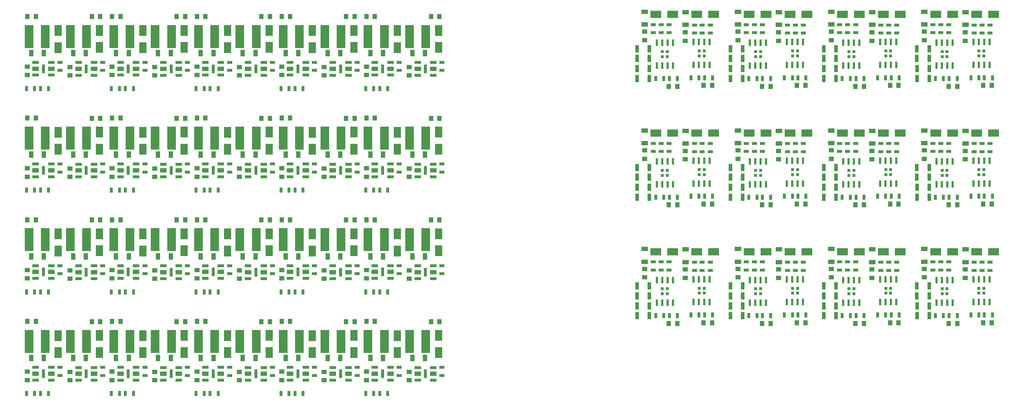
<source format=gtp>
%FSTAX23Y23*%
%MOIN*%
%SFA1B1*%

%IPPOS*%
%ADD13R,0.039370X0.049212*%
%ADD14R,0.049212X0.039370*%
%ADD15R,0.039370X0.062992*%
%ADD17R,0.027559X0.051181*%
%ADD18R,0.051181X0.027559*%
%ADD24R,0.070866X0.098425*%
%ADD27R,0.062992X0.039370*%
%ADD29R,0.035433X0.066929*%
%ADD34R,0.059055X0.039370*%
%ADD37R,0.023622X0.061024*%
%ADD38R,0.027756X0.027756*%
%ADD39R,0.098425X0.070866*%
%ADD40R,0.059055X0.027559*%
%ADD41R,0.031496X0.078740*%
%ADD42R,0.084645X0.216535*%
%LNlayer5-1*%
%LPD*%
G54D40*
X05423Y-0633D03*
Y-06448D03*
X05277Y-0633D03*
G54D34*
X05277Y-06389D03*
G54D40*
X05277Y-06448D03*
G54D34*
X05423Y-06389D03*
G54D41*
X0535Y-06389D03*
G54D40*
X04635Y-0633D03*
Y-06448D03*
X0449Y-0633D03*
G54D34*
X0449Y-06389D03*
G54D40*
X0449Y-06448D03*
G54D34*
X04635Y-06389D03*
G54D41*
X04563Y-06389D03*
G54D40*
X03848Y-0633D03*
Y-06448D03*
X03702Y-0633D03*
G54D34*
X03702Y-06389D03*
G54D40*
X03702Y-06448D03*
G54D34*
X03848Y-06389D03*
G54D41*
X03775Y-06389D03*
G54D40*
X03061Y-0633D03*
Y-06448D03*
X02915Y-0633D03*
G54D34*
X02915Y-06389D03*
G54D40*
X02915Y-06448D03*
G54D34*
X03061Y-06389D03*
G54D41*
X02988Y-06389D03*
G54D40*
X02273Y-0633D03*
Y-06448D03*
X02128Y-0633D03*
G54D34*
X02128Y-06389D03*
G54D40*
X02128Y-06448D03*
G54D34*
X02273Y-06389D03*
G54D41*
X022Y-06389D03*
G54D40*
X05423Y-05385D03*
Y-05503D03*
X05277Y-05385D03*
G54D34*
X05277Y-05444D03*
G54D40*
X05277Y-05503D03*
G54D34*
X05423Y-05444D03*
G54D41*
X0535Y-05444D03*
G54D40*
X04635Y-05385D03*
Y-05503D03*
X0449Y-05385D03*
G54D34*
X0449Y-05444D03*
G54D40*
X0449Y-05503D03*
G54D34*
X04635Y-05444D03*
G54D41*
X04563Y-05444D03*
G54D40*
X03848Y-05385D03*
Y-05503D03*
X03702Y-05385D03*
G54D34*
X03702Y-05444D03*
G54D40*
X03702Y-05503D03*
G54D34*
X03848Y-05444D03*
G54D41*
X03775Y-05444D03*
G54D40*
X03061Y-05385D03*
Y-05503D03*
X02915Y-05385D03*
G54D34*
X02915Y-05444D03*
G54D40*
X02915Y-05503D03*
G54D34*
X03061Y-05444D03*
G54D41*
X02988Y-05444D03*
G54D40*
X02273Y-05385D03*
Y-05503D03*
X02128Y-05385D03*
G54D34*
X02128Y-05444D03*
G54D40*
X02128Y-05503D03*
G54D34*
X02273Y-05444D03*
G54D41*
X022Y-05444D03*
G54D40*
X05423Y-0444D03*
Y-04559D03*
X05277Y-0444D03*
G54D34*
X05277Y-04499D03*
G54D40*
X05277Y-04559D03*
G54D34*
X05423Y-04499D03*
G54D41*
X0535Y-04499D03*
G54D40*
X04635Y-0444D03*
Y-04559D03*
X0449Y-0444D03*
G54D34*
X0449Y-04499D03*
G54D40*
X0449Y-04559D03*
G54D34*
X04635Y-04499D03*
G54D41*
X04563Y-04499D03*
G54D40*
X03848Y-0444D03*
Y-04559D03*
X03702Y-0444D03*
G54D34*
X03702Y-04499D03*
G54D40*
X03702Y-04559D03*
G54D34*
X03848Y-04499D03*
G54D41*
X03775Y-04499D03*
G54D40*
X03061Y-0444D03*
Y-04559D03*
X02915Y-0444D03*
G54D34*
X02915Y-04499D03*
G54D40*
X02915Y-04559D03*
G54D34*
X03061Y-04499D03*
G54D41*
X02988Y-04499D03*
G54D40*
X02273Y-0444D03*
Y-04559D03*
X02128Y-0444D03*
G54D34*
X02128Y-04499D03*
G54D40*
X02128Y-04559D03*
G54D34*
X02273Y-04499D03*
G54D41*
X022Y-04499D03*
G54D40*
X05423Y-03496D03*
Y-03614D03*
X05277Y-03496D03*
G54D34*
X05277Y-03555D03*
G54D40*
X05277Y-03614D03*
G54D34*
X05423Y-03555D03*
G54D41*
X0535Y-03555D03*
G54D40*
X04635Y-03496D03*
Y-03614D03*
X0449Y-03496D03*
G54D34*
X0449Y-03555D03*
G54D40*
X0449Y-03614D03*
G54D34*
X04635Y-03555D03*
G54D41*
X04563Y-03555D03*
G54D40*
X03848Y-03496D03*
Y-03614D03*
X03702Y-03496D03*
G54D34*
X03702Y-03555D03*
G54D40*
X03702Y-03614D03*
G54D34*
X03848Y-03555D03*
G54D41*
X03775Y-03555D03*
G54D40*
X03061Y-03496D03*
Y-03614D03*
X02915Y-03496D03*
G54D34*
X02915Y-03555D03*
G54D40*
X02915Y-03614D03*
G54D34*
X03061Y-03555D03*
G54D41*
X02988Y-03555D03*
G54D18*
X05504Y-0633D03*
Y-06405D03*
X04717Y-0633D03*
Y-06405D03*
X03929Y-0633D03*
Y-06405D03*
X03142Y-0633D03*
Y-06405D03*
X02354Y-0633D03*
Y-06405D03*
X05504Y-05385D03*
Y-0546D03*
X04717Y-05385D03*
Y-0546D03*
X03929Y-05385D03*
Y-0546D03*
X03142Y-05385D03*
Y-0546D03*
X02354Y-05385D03*
Y-0546D03*
X05504Y-0444D03*
Y-04515D03*
X04717Y-0444D03*
Y-04515D03*
X03929Y-0444D03*
Y-04515D03*
X03142Y-0444D03*
Y-04515D03*
X02354Y-0444D03*
Y-04515D03*
X05504Y-03495D03*
Y-0357D03*
X04717Y-03495D03*
Y-0357D03*
X03929Y-03495D03*
Y-0357D03*
X03142Y-03495D03*
Y-0357D03*
G54D14*
X052Y-06449D03*
Y-0637D03*
X04413Y-06449D03*
Y-0637D03*
X03625Y-06449D03*
Y-0637D03*
X02838Y-06449D03*
Y-0637D03*
X0205Y-06449D03*
Y-0637D03*
X052Y-05504D03*
Y-05425D03*
X04413Y-05504D03*
Y-05425D03*
X03625Y-05504D03*
Y-05425D03*
X02838Y-05504D03*
Y-05425D03*
X0205Y-05504D03*
Y-05425D03*
X052Y-04559D03*
Y-0448D03*
X04413Y-04559D03*
Y-0448D03*
X03625Y-04559D03*
Y-0448D03*
X02838Y-04559D03*
Y-0448D03*
X0205Y-04559D03*
Y-0448D03*
X052Y-03614D03*
Y-03535D03*
X04413Y-03614D03*
Y-03535D03*
X03625Y-03614D03*
Y-03535D03*
X02838Y-03614D03*
Y-03535D03*
G54D40*
X05821Y-06332D03*
Y-0645D03*
X05675Y-06332D03*
G54D34*
X05675Y-06391D03*
G54D40*
X05675Y-0645D03*
G54D34*
X05821Y-06391D03*
G54D41*
X05748Y-06391D03*
G54D40*
X05033Y-06332D03*
Y-0645D03*
X04888Y-06332D03*
G54D34*
X04888Y-06391D03*
G54D40*
X04888Y-0645D03*
G54D34*
X05033Y-06391D03*
G54D41*
X0496Y-06391D03*
G54D40*
X04246Y-06332D03*
Y-0645D03*
X041Y-06332D03*
G54D34*
X041Y-06391D03*
G54D40*
X041Y-0645D03*
G54D34*
X04246Y-06391D03*
G54D41*
X04173Y-06391D03*
G54D40*
X03458Y-06332D03*
Y-0645D03*
X03313Y-06332D03*
G54D34*
X03313Y-06391D03*
G54D40*
X03313Y-0645D03*
G54D34*
X03458Y-06391D03*
G54D41*
X03386Y-06391D03*
G54D40*
X02671Y-06332D03*
Y-0645D03*
X02525Y-06332D03*
G54D34*
X02525Y-06391D03*
G54D40*
X02525Y-0645D03*
G54D34*
X02671Y-06391D03*
G54D41*
X02598Y-06391D03*
G54D40*
X05821Y-05387D03*
Y-05505D03*
X05675Y-05387D03*
G54D34*
X05675Y-05446D03*
G54D40*
X05675Y-05505D03*
G54D34*
X05821Y-05446D03*
G54D41*
X05748Y-05446D03*
G54D40*
X05033Y-05387D03*
Y-05505D03*
X04888Y-05387D03*
G54D34*
X04888Y-05446D03*
G54D40*
X04888Y-05505D03*
G54D34*
X05033Y-05446D03*
G54D41*
X0496Y-05446D03*
G54D40*
X04246Y-05387D03*
Y-05505D03*
X041Y-05387D03*
G54D34*
X041Y-05446D03*
G54D40*
X041Y-05505D03*
G54D34*
X04246Y-05446D03*
G54D41*
X04173Y-05446D03*
G54D40*
X03458Y-05387D03*
Y-05505D03*
X03313Y-05387D03*
G54D34*
X03313Y-05446D03*
G54D40*
X03313Y-05505D03*
G54D34*
X03458Y-05446D03*
G54D41*
X03386Y-05446D03*
G54D40*
X02671Y-05387D03*
Y-05505D03*
X02525Y-05387D03*
G54D34*
X02525Y-05446D03*
G54D40*
X02525Y-05505D03*
G54D34*
X02671Y-05446D03*
G54D41*
X02598Y-05446D03*
G54D40*
X05821Y-04442D03*
Y-0456D03*
X05675Y-04442D03*
G54D34*
X05675Y-04501D03*
G54D40*
X05675Y-0456D03*
G54D34*
X05821Y-04501D03*
G54D41*
X05748Y-04501D03*
G54D40*
X05033Y-04442D03*
Y-0456D03*
X04888Y-04442D03*
G54D34*
X04888Y-04501D03*
G54D40*
X04888Y-0456D03*
G54D34*
X05033Y-04501D03*
G54D41*
X0496Y-04501D03*
G54D40*
X04246Y-04442D03*
Y-0456D03*
X041Y-04442D03*
G54D34*
X041Y-04501D03*
G54D40*
X041Y-0456D03*
G54D34*
X04246Y-04501D03*
G54D41*
X04173Y-04501D03*
G54D40*
X03458Y-04442D03*
Y-0456D03*
X03313Y-04442D03*
G54D34*
X03313Y-04501D03*
G54D40*
X03313Y-0456D03*
G54D34*
X03458Y-04501D03*
G54D41*
X03386Y-04501D03*
G54D40*
X02671Y-04442D03*
Y-0456D03*
X02525Y-04442D03*
G54D34*
X02525Y-04501D03*
G54D40*
X02525Y-0456D03*
G54D34*
X02671Y-04501D03*
G54D41*
X02598Y-04501D03*
G54D40*
X05821Y-03497D03*
Y-03615D03*
X05675Y-03497D03*
G54D34*
X05675Y-03556D03*
G54D40*
X05675Y-03615D03*
G54D34*
X05821Y-03556D03*
G54D41*
X05748Y-03556D03*
G54D40*
X05033Y-03497D03*
Y-03615D03*
X04888Y-03497D03*
G54D34*
X04888Y-03556D03*
G54D40*
X04888Y-03615D03*
G54D34*
X05033Y-03556D03*
G54D41*
X0496Y-03556D03*
G54D40*
X04246Y-03497D03*
Y-03615D03*
X041Y-03497D03*
G54D34*
X041Y-03556D03*
G54D40*
X041Y-03615D03*
G54D34*
X04246Y-03556D03*
G54D41*
X04173Y-03556D03*
G54D40*
X03458Y-03497D03*
Y-03615D03*
X03313Y-03497D03*
G54D34*
X03313Y-03556D03*
G54D40*
X03313Y-03615D03*
G54D34*
X03458Y-03556D03*
G54D41*
X03386Y-03556D03*
G54D14*
X05595Y-06451D03*
Y-06372D03*
X04808Y-06451D03*
Y-06372D03*
X0402Y-06451D03*
Y-06372D03*
X03233Y-06451D03*
Y-06372D03*
X02445Y-06451D03*
Y-06372D03*
X05595Y-05506D03*
Y-05428D03*
X04808Y-05506D03*
Y-05428D03*
X0402Y-05506D03*
Y-05428D03*
X03233Y-05506D03*
Y-05428D03*
X02445Y-05506D03*
Y-05428D03*
X05595Y-04561D03*
Y-04483D03*
X04808Y-04561D03*
Y-04483D03*
X0402Y-04561D03*
Y-04483D03*
X03233Y-04561D03*
Y-04483D03*
X02445Y-04561D03*
Y-04483D03*
X05595Y-03616D03*
Y-03538D03*
X04808Y-03616D03*
Y-03538D03*
X0402Y-03616D03*
Y-03538D03*
X03233Y-03616D03*
Y-03538D03*
G54D18*
X059Y-0633D03*
Y-06405D03*
X05113Y-0633D03*
Y-06405D03*
X04325Y-0633D03*
Y-06405D03*
X03538Y-0633D03*
Y-06405D03*
X0275Y-0633D03*
Y-06405D03*
X059Y-05385D03*
Y-0546D03*
X05113Y-05385D03*
Y-0546D03*
X04325Y-05385D03*
Y-0546D03*
X03538Y-05385D03*
Y-0546D03*
X0275Y-05385D03*
Y-0546D03*
X059Y-04441D03*
Y-04515D03*
X05113Y-04441D03*
Y-04515D03*
X04325Y-04441D03*
Y-04515D03*
X03538Y-04441D03*
Y-04515D03*
X0275Y-04441D03*
Y-04515D03*
X059Y-03496D03*
Y-03571D03*
X05113Y-03496D03*
Y-03571D03*
X04325Y-03496D03*
Y-03571D03*
X03538Y-03496D03*
Y-03571D03*
G54D24*
X05485Y-06193D03*
Y-06036D03*
X04698Y-06193D03*
Y-06036D03*
X0391Y-06193D03*
Y-06036D03*
X03123Y-06193D03*
Y-06036D03*
X02335Y-06193D03*
Y-06036D03*
X05485Y-05248D03*
Y-05091D03*
X04698Y-05248D03*
Y-05091D03*
X0391Y-05248D03*
Y-05091D03*
X03123Y-05248D03*
Y-05091D03*
X02335Y-05248D03*
Y-05091D03*
X05485Y-04303D03*
Y-04146D03*
X04698Y-04303D03*
Y-04146D03*
X0391Y-04303D03*
Y-04146D03*
X03123Y-04303D03*
Y-04146D03*
X02335Y-04303D03*
Y-04146D03*
X05485Y-03358D03*
Y-03201D03*
X04698Y-03358D03*
Y-03201D03*
X0391Y-03358D03*
Y-03201D03*
X03123Y-03358D03*
Y-03201D03*
G54D42*
X05214Y-06089D03*
X05366D03*
X04427D03*
X04578D03*
X03639D03*
X03791D03*
X02852D03*
X03004D03*
X02065D03*
X02216D03*
X05214Y-05144D03*
X05366D03*
X04427D03*
X04578D03*
X03639D03*
X03791D03*
X02852D03*
X03004D03*
X02065D03*
X02216D03*
X05214Y-04199D03*
X05366D03*
X04427D03*
X04578D03*
X03639D03*
X03791D03*
X02852D03*
X03004D03*
X02065D03*
X02216D03*
X05214Y-03255D03*
X05366D03*
X04427D03*
X04578D03*
X03639D03*
X03791D03*
X02852D03*
X03004D03*
G54D15*
X05236Y-06244D03*
X05354D03*
X04449D03*
X04567D03*
X03661D03*
X03779D03*
X02874D03*
X02992D03*
X02086D03*
X02204D03*
X05236Y-05299D03*
X05354D03*
X04449D03*
X04567D03*
X03661D03*
X03779D03*
X02874D03*
X02992D03*
X02086D03*
X02204D03*
X05236Y-04354D03*
X05354D03*
X04449D03*
X04567D03*
X03661D03*
X03779D03*
X02874D03*
X02992D03*
X02086D03*
X02204D03*
X05236Y-0341D03*
X05354D03*
X04449D03*
X04567D03*
X03661D03*
X03779D03*
X02874D03*
X02992D03*
G54D13*
X052Y-05903D03*
X05278D03*
X04412D03*
X04491D03*
X03625D03*
X03704D03*
X02837D03*
X02916D03*
X0205D03*
X02129D03*
X052Y-04958D03*
X05278D03*
X04412D03*
X04491D03*
X03625D03*
X03704D03*
X02837D03*
X02916D03*
X0205D03*
X02129D03*
X052Y-04013D03*
X05278D03*
X04412D03*
X04491D03*
X03625D03*
X03704D03*
X02837D03*
X02916D03*
X0205D03*
X02129D03*
X052Y-03069D03*
X05278D03*
X04412D03*
X04491D03*
X03625D03*
X03704D03*
X02837D03*
X02916D03*
G54D24*
X0587Y-06192D03*
Y-06034D03*
X05083Y-06192D03*
Y-06034D03*
X04295Y-06192D03*
Y-06034D03*
X03508Y-06192D03*
Y-06034D03*
X0272Y-06192D03*
Y-06034D03*
X0587Y-05247D03*
Y-05089D03*
X05083Y-05247D03*
Y-05089D03*
X04295Y-05247D03*
Y-05089D03*
X03508Y-05247D03*
Y-05089D03*
X0272Y-05247D03*
Y-05089D03*
X0587Y-04302D03*
Y-04144D03*
X05083Y-04302D03*
Y-04144D03*
X04295Y-04302D03*
Y-04144D03*
X03508Y-04302D03*
Y-04144D03*
X0272Y-04302D03*
Y-04144D03*
X0587Y-03357D03*
Y-032D03*
X05083Y-03357D03*
Y-032D03*
X04295Y-03357D03*
Y-032D03*
X03508Y-03357D03*
Y-032D03*
G54D15*
X05626Y-06244D03*
X05744D03*
X04839D03*
X04957D03*
X04051D03*
X04169D03*
X03264D03*
X03382D03*
X02476D03*
X02594D03*
X05626Y-05299D03*
X05744D03*
X04839D03*
X04957D03*
X04051D03*
X04169D03*
X03264D03*
X03382D03*
X02476D03*
X02594D03*
X05626Y-04354D03*
X05744D03*
X04839D03*
X04957D03*
X04051D03*
X04169D03*
X03264D03*
X03382D03*
X02476D03*
X02594D03*
X05626Y-0341D03*
X05744D03*
X04839D03*
X04957D03*
X04051D03*
X04169D03*
X03264D03*
X03382D03*
G54D13*
X05877Y-05905D03*
X05799D03*
X0509D03*
X05011D03*
X04303D03*
X04224D03*
X03515D03*
X03436D03*
X02728D03*
X02649D03*
X05877Y-0496D03*
X05799D03*
X0509D03*
X05011D03*
X04303D03*
X04224D03*
X03515D03*
X03436D03*
X02728D03*
X02649D03*
X05877Y-04015D03*
X05799D03*
X0509D03*
X05011D03*
X04303D03*
X04224D03*
X03515D03*
X03436D03*
X02728D03*
X02649D03*
X05877Y-03071D03*
X05799D03*
X0509D03*
X05011D03*
X04303D03*
X04224D03*
X03515D03*
X03436D03*
G54D42*
X05599Y-06089D03*
X05751D03*
X04812D03*
X04963D03*
X04024D03*
X04176D03*
X03237D03*
X03389D03*
X0245D03*
X02601D03*
X05599Y-05144D03*
X05751D03*
X04812D03*
X04963D03*
X04024D03*
X04176D03*
X03237D03*
X03389D03*
X0245D03*
X02601D03*
X05599Y-04199D03*
X05751D03*
X04812D03*
X04963D03*
X04024D03*
X04176D03*
X03237D03*
X03389D03*
X0245D03*
X02601D03*
X05599Y-03255D03*
X05751D03*
X04812D03*
X04963D03*
X04024D03*
X04176D03*
X03237D03*
X03389D03*
G54D17*
X05398Y-06574D03*
X05323D03*
X0461D03*
X04536D03*
X03823D03*
X03748D03*
X03036D03*
X02961D03*
X02248D03*
X02173D03*
X05398Y-05629D03*
X05323D03*
X0461D03*
X04536D03*
X03823D03*
X03748D03*
X03036D03*
X02961D03*
X02248D03*
X02173D03*
X05398Y-04684D03*
X05323D03*
X0461D03*
X04536D03*
X03823D03*
X03748D03*
X03036D03*
X02961D03*
X02248D03*
X02173D03*
X05398Y-0374D03*
X05323D03*
X0461D03*
X04536D03*
X03823D03*
X03748D03*
X03036D03*
X02961D03*
X05267Y-06574D03*
X05193D03*
X0448D03*
X04405D03*
X03693D03*
X03618D03*
X02905D03*
X0283D03*
X02118D03*
X02043D03*
X05267Y-05629D03*
X05193D03*
X0448D03*
X04405D03*
X03693D03*
X03618D03*
X02905D03*
X0283D03*
X02118D03*
X02043D03*
X05267Y-04684D03*
X05193D03*
X0448D03*
X04405D03*
X03693D03*
X03618D03*
X02905D03*
X0283D03*
X02118D03*
X02043D03*
X05267Y-0374D03*
X05193D03*
X0448D03*
X04405D03*
X03693D03*
X03618D03*
X02905D03*
X0283D03*
G54D13*
X0205Y-03069D03*
X02129D03*
X02728Y-03071D03*
X02649D03*
G54D15*
X02476Y-0341D03*
X02594D03*
X02086D03*
X02204D03*
G54D14*
X0205Y-03614D03*
Y-03535D03*
X02445Y-03616D03*
Y-03538D03*
G54D42*
X02065Y-03255D03*
X02216D03*
X0245D03*
X02601D03*
G54D18*
X02354Y-03495D03*
Y-0357D03*
X0275Y-03496D03*
Y-03571D03*
G54D17*
X02118Y-0374D03*
X02043D03*
X02248D03*
X02173D03*
G54D24*
X02335Y-03358D03*
Y-03201D03*
X0272Y-03357D03*
Y-032D03*
G54D40*
X02671Y-03497D03*
Y-03615D03*
X02525Y-03497D03*
G54D34*
X02525Y-03556D03*
G54D40*
X02525Y-03615D03*
G54D34*
X02671Y-03556D03*
G54D41*
X02598Y-03556D03*
G54D40*
X02273Y-03496D03*
Y-03614D03*
X02128Y-03496D03*
G54D34*
X02128Y-03555D03*
G54D40*
X02128Y-03614D03*
G54D34*
X02273Y-03555D03*
G54D41*
X022Y-03555D03*
G54D13*
X10606Y-05923D03*
X10685D03*
X0974D03*
X09819D03*
X08874D03*
X08953D03*
X08008D03*
X08087D03*
X10606Y-0482D03*
X10685D03*
X0974D03*
X09819D03*
X08874D03*
X08953D03*
X08008D03*
X08087D03*
X10606Y-03718D03*
X10685D03*
X0974D03*
X09819D03*
X08874D03*
X08953D03*
G54D17*
X10558Y-0585D03*
X10483D03*
X09692D03*
X09617D03*
X08826D03*
X08751D03*
X0796D03*
X07885D03*
X10558Y-04748D03*
X10483D03*
X09692D03*
X09617D03*
X08826D03*
X08751D03*
X0796D03*
X07885D03*
X10558Y-03645D03*
X10483D03*
X09692D03*
X09617D03*
X08826D03*
X08751D03*
G54D29*
X10426Y-0585D03*
X10312D03*
X0956D03*
X09446D03*
X08694D03*
X0858D03*
X07828D03*
X07714D03*
X10426Y-04748D03*
X10312D03*
X0956D03*
X09446D03*
X08694D03*
X0858D03*
X07828D03*
X07714D03*
X10426Y-03645D03*
X10312D03*
X0956D03*
X09446D03*
X08694D03*
X0858D03*
G54D37*
X10493Y-05731D03*
X10543D03*
X10593D03*
X10643D03*
Y-05518D03*
X10593D03*
X10543D03*
X10493D03*
G54D38*
X10591Y-05601D03*
X10545D03*
X10591Y-05647D03*
X10545D03*
G54D37*
X09627Y-05731D03*
X09677D03*
X09727D03*
X09777D03*
Y-05518D03*
X09727D03*
X09677D03*
X09627D03*
G54D38*
X09725Y-05601D03*
X09679D03*
X09725Y-05647D03*
X09679D03*
G54D37*
X08761Y-05731D03*
X08811D03*
X08861D03*
X08911D03*
Y-05518D03*
X08861D03*
X08811D03*
X08761D03*
G54D38*
X08859Y-05601D03*
X08813D03*
X08859Y-05647D03*
X08813D03*
G54D37*
X07895Y-05731D03*
X07945D03*
X07995D03*
X08045D03*
Y-05518D03*
X07995D03*
X07945D03*
X07895D03*
G54D38*
X07993Y-05601D03*
X07946D03*
X07993Y-05647D03*
X07946D03*
G54D37*
X10493Y-04628D03*
X10543D03*
X10593D03*
X10643D03*
Y-04416D03*
X10593D03*
X10543D03*
X10493D03*
G54D38*
X10591Y-04499D03*
X10545D03*
X10591Y-04545D03*
X10545D03*
G54D37*
X09627Y-04628D03*
X09677D03*
X09727D03*
X09777D03*
Y-04416D03*
X09727D03*
X09677D03*
X09627D03*
G54D38*
X09725Y-04499D03*
X09679D03*
X09725Y-04545D03*
X09679D03*
G54D37*
X08761Y-04628D03*
X08811D03*
X08861D03*
X08911D03*
Y-04416D03*
X08861D03*
X08811D03*
X08761D03*
G54D38*
X08859Y-04499D03*
X08813D03*
X08859Y-04545D03*
X08813D03*
G54D37*
X07895Y-04628D03*
X07945D03*
X07995D03*
X08045D03*
Y-04416D03*
X07995D03*
X07945D03*
X07895D03*
G54D38*
X07993Y-04499D03*
X07946D03*
X07993Y-04545D03*
X07946D03*
G54D37*
X10493Y-03526D03*
X10543D03*
X10593D03*
X10643D03*
Y-03313D03*
X10593D03*
X10543D03*
X10493D03*
G54D38*
X10591Y-03396D03*
X10545D03*
X10591Y-03443D03*
X10545D03*
G54D37*
X09627Y-03526D03*
X09677D03*
X09727D03*
X09777D03*
Y-03313D03*
X09727D03*
X09677D03*
X09627D03*
G54D38*
X09725Y-03396D03*
X09679D03*
X09725Y-03443D03*
X09679D03*
G54D37*
X08761Y-03526D03*
X08811D03*
X08861D03*
X08911D03*
Y-03313D03*
X08861D03*
X08811D03*
X08761D03*
G54D38*
X08859Y-03396D03*
X08813D03*
X08859Y-03443D03*
X08813D03*
G54D29*
X10311Y-05574D03*
X10425D03*
X09445D03*
X09559D03*
X08579D03*
X08693D03*
X07713D03*
X07827D03*
X10311Y-04472D03*
X10425D03*
X09445D03*
X09559D03*
X08579D03*
X08693D03*
X07713D03*
X07827D03*
X10311Y-03369D03*
X10425D03*
X09445D03*
X09559D03*
X08579D03*
X08693D03*
X10425Y-05666D03*
X10311D03*
X09559D03*
X09445D03*
X08693D03*
X08579D03*
X07827D03*
X07713D03*
X10425Y-04564D03*
X10311D03*
X09559D03*
X09445D03*
X08693D03*
X08579D03*
X07827D03*
X07713D03*
X10425Y-03461D03*
X10311D03*
X09559D03*
X09445D03*
X08693D03*
X08579D03*
X10312Y-05759D03*
X10426D03*
X09446D03*
X0956D03*
X0858D03*
X08694D03*
X07714D03*
X07828D03*
X10312Y-04657D03*
X10426D03*
X09446D03*
X0956D03*
X0858D03*
X08694D03*
X07714D03*
X07828D03*
X10312Y-03554D03*
X10426D03*
X09446D03*
X0956D03*
X0858D03*
X08694D03*
G54D17*
X10611Y-0585D03*
X10685D03*
X09745D03*
X09819D03*
X08878D03*
X08953D03*
X08012D03*
X08087D03*
X10611Y-04748D03*
X10685D03*
X09745D03*
X09819D03*
X08878D03*
X08953D03*
X08012D03*
X08087D03*
X10611Y-03645D03*
X10685D03*
X09745D03*
X09819D03*
X08878D03*
X08953D03*
G54D14*
X10381Y-05494D03*
Y-05416D03*
X09515Y-05494D03*
Y-05416D03*
X08649Y-05494D03*
Y-05416D03*
X07783Y-05494D03*
Y-05416D03*
X10381Y-04392D03*
Y-04313D03*
X09515Y-04392D03*
Y-04313D03*
X08649Y-04392D03*
Y-04313D03*
X07783Y-04392D03*
Y-04313D03*
X10381Y-0329D03*
Y-03211D03*
X09515Y-0329D03*
Y-03211D03*
X08649Y-0329D03*
Y-03211D03*
G54D18*
X10608Y-05426D03*
Y-05351D03*
X09742Y-05426D03*
Y-05351D03*
X08876Y-05426D03*
Y-05351D03*
X0801Y-05426D03*
Y-05351D03*
X10608Y-04324D03*
Y-04249D03*
X09742Y-04324D03*
Y-04249D03*
X08876Y-04324D03*
Y-04249D03*
X0801Y-04324D03*
Y-04249D03*
X10608Y-03221D03*
Y-03147D03*
X09742Y-03221D03*
Y-03147D03*
X08876Y-03221D03*
Y-03147D03*
G54D39*
X10485Y-05256D03*
X10643D03*
X09619D03*
X09777D03*
X08753D03*
X08911D03*
X07887D03*
X08044D03*
X10485Y-04154D03*
X10643D03*
X09619D03*
X09777D03*
X08753D03*
X08911D03*
X07887D03*
X08044D03*
X10485Y-03051D03*
X10643D03*
X09619D03*
X09777D03*
X08753D03*
X08911D03*
G54D18*
X10534Y-05426D03*
Y-05351D03*
X09668Y-05426D03*
Y-05351D03*
X08802Y-05426D03*
Y-05351D03*
X07936Y-05426D03*
Y-05351D03*
X10534Y-04324D03*
Y-04249D03*
X09668Y-04324D03*
Y-04249D03*
X08802Y-04324D03*
Y-04249D03*
X07936Y-04324D03*
Y-04249D03*
X10534Y-03221D03*
Y-03147D03*
X09668Y-03221D03*
Y-03147D03*
X08802Y-03221D03*
Y-03147D03*
X1046Y-05426D03*
Y-05351D03*
X09594Y-05426D03*
Y-05351D03*
X08728Y-05426D03*
Y-05351D03*
X07862Y-05426D03*
Y-05351D03*
X1046Y-04324D03*
Y-04249D03*
X09594Y-04324D03*
Y-04249D03*
X08728Y-04324D03*
Y-04249D03*
X07862Y-04324D03*
Y-04249D03*
X1046Y-03221D03*
Y-03147D03*
X09594Y-03221D03*
Y-03147D03*
X08728Y-03221D03*
Y-03147D03*
G54D27*
X10381Y-0523D03*
Y-05348D03*
X09515Y-0523D03*
Y-05348D03*
X08649Y-0523D03*
Y-05348D03*
X07783Y-0523D03*
Y-05348D03*
X10381Y-04128D03*
Y-04246D03*
X09515Y-04128D03*
Y-04246D03*
X08649Y-04128D03*
Y-04246D03*
X07783Y-04128D03*
Y-04246D03*
X10381Y-03025D03*
Y-03143D03*
X09515Y-03025D03*
Y-03143D03*
X08649Y-03025D03*
Y-03143D03*
G54D14*
X10759Y-05499D03*
Y-05421D03*
X09893Y-05499D03*
Y-05421D03*
X09027Y-05499D03*
Y-05421D03*
X08161Y-05499D03*
Y-05421D03*
X10759Y-04397D03*
Y-04318D03*
X09893Y-04397D03*
Y-04318D03*
X09027Y-04397D03*
Y-04318D03*
X08161Y-04397D03*
Y-04318D03*
X10759Y-03295D03*
Y-03216D03*
X09893Y-03295D03*
Y-03216D03*
X09027Y-03295D03*
Y-03216D03*
G54D27*
X10762Y-05234D03*
Y-05352D03*
X09896Y-05234D03*
Y-05352D03*
X0903Y-05234D03*
Y-05352D03*
X08164Y-05234D03*
Y-05352D03*
X10762Y-04132D03*
Y-0425D03*
X09896Y-04132D03*
Y-0425D03*
X0903Y-04132D03*
Y-0425D03*
X08164Y-04132D03*
Y-0425D03*
X10762Y-03029D03*
Y-03147D03*
X09896Y-03029D03*
Y-03147D03*
X0903Y-03029D03*
Y-03147D03*
G54D39*
X10865Y-05256D03*
X11023D03*
X09999D03*
X10157D03*
X09133D03*
X09291D03*
X08267D03*
X08424D03*
X10865Y-04154D03*
X11023D03*
X09999D03*
X10157D03*
X09133D03*
X09291D03*
X08267D03*
X08424D03*
X10865Y-03051D03*
X11023D03*
X09999D03*
X10157D03*
X09133D03*
X09291D03*
G54D18*
X10916Y-05428D03*
Y-05353D03*
X1005Y-05428D03*
Y-05353D03*
X09184Y-05428D03*
Y-05353D03*
X08318Y-05428D03*
Y-05353D03*
X10916Y-04326D03*
Y-04251D03*
X1005Y-04326D03*
Y-04251D03*
X09184Y-04326D03*
Y-04251D03*
X08318Y-04326D03*
Y-04251D03*
X10916Y-03223D03*
Y-03149D03*
X1005Y-03223D03*
Y-03149D03*
X09184Y-03223D03*
Y-03149D03*
X1099Y-05428D03*
Y-05353D03*
X10124Y-05428D03*
Y-05353D03*
X09258Y-05428D03*
Y-05353D03*
X08392Y-05428D03*
Y-05353D03*
X1099Y-04326D03*
Y-04251D03*
X10124Y-04326D03*
Y-04251D03*
X09258Y-04326D03*
Y-04251D03*
X08392Y-04326D03*
Y-04251D03*
X1099Y-03223D03*
Y-03149D03*
X10124Y-03223D03*
Y-03149D03*
X09258Y-03223D03*
Y-03149D03*
X10843Y-05428D03*
Y-05353D03*
X09977Y-05428D03*
Y-05353D03*
X09111Y-05428D03*
Y-05353D03*
X08245Y-05428D03*
Y-05353D03*
X10843Y-04326D03*
Y-04251D03*
X09977Y-04326D03*
Y-04251D03*
X09111Y-04326D03*
Y-04251D03*
X08245Y-04326D03*
Y-04251D03*
X10843Y-03223D03*
Y-03149D03*
X09977Y-03223D03*
Y-03149D03*
X09111Y-03223D03*
Y-03149D03*
G54D13*
X10928Y-05916D03*
X11007D03*
X10062D03*
X10141D03*
X09196D03*
X09275D03*
X0833D03*
X08409D03*
X10928Y-04813D03*
X11007D03*
X10062D03*
X10141D03*
X09196D03*
X09275D03*
X0833D03*
X08409D03*
X10928Y-03711D03*
X11007D03*
X10062D03*
X10141D03*
X09196D03*
X09275D03*
G54D17*
X10938Y-05844D03*
X11012D03*
X10072D03*
X10146D03*
X09205D03*
X0928D03*
X08339D03*
X08414D03*
X10938Y-04741D03*
X11012D03*
X10072D03*
X10146D03*
X09205D03*
X0928D03*
X08339D03*
X08414D03*
X10938Y-03639D03*
X11012D03*
X10072D03*
X10146D03*
X09205D03*
X0928D03*
X10887Y-05844D03*
X10812D03*
X10021D03*
X09946D03*
X09155D03*
X0908D03*
X08288D03*
X08214D03*
X10887Y-04741D03*
X10812D03*
X10021D03*
X09946D03*
X09155D03*
X0908D03*
X08288D03*
X08214D03*
X10887Y-03639D03*
X10812D03*
X10021D03*
X09946D03*
X09155D03*
X0908D03*
G54D37*
X10836Y-05724D03*
X10886D03*
X10936D03*
X10986D03*
Y-05512D03*
X10936D03*
X10886D03*
X10836D03*
G54D38*
X10934Y-05595D03*
X10888D03*
X10934Y-05641D03*
X10888D03*
G54D37*
X0997Y-05724D03*
X1002D03*
X1007D03*
X1012D03*
Y-05512D03*
X1007D03*
X1002D03*
X0997D03*
G54D38*
X10068Y-05595D03*
X10022D03*
X10068Y-05641D03*
X10022D03*
G54D37*
X09104Y-05724D03*
X09154D03*
X09204D03*
X09254D03*
Y-05512D03*
X09204D03*
X09154D03*
X09104D03*
G54D38*
X09202Y-05595D03*
X09156D03*
X09202Y-05641D03*
X09156D03*
G54D37*
X08238Y-05724D03*
X08288D03*
X08338D03*
X08388D03*
Y-05512D03*
X08338D03*
X08288D03*
X08238D03*
G54D38*
X08336Y-05595D03*
X08289D03*
X08336Y-05641D03*
X08289D03*
G54D37*
X10836Y-04622D03*
X10886D03*
X10936D03*
X10986D03*
Y-04409D03*
X10936D03*
X10886D03*
X10836D03*
G54D38*
X10934Y-04492D03*
X10888D03*
X10934Y-04539D03*
X10888D03*
G54D37*
X0997Y-04622D03*
X1002D03*
X1007D03*
X1012D03*
Y-04409D03*
X1007D03*
X1002D03*
X0997D03*
G54D38*
X10068Y-04492D03*
X10022D03*
X10068Y-04539D03*
X10022D03*
G54D37*
X09104Y-04622D03*
X09154D03*
X09204D03*
X09254D03*
Y-04409D03*
X09204D03*
X09154D03*
X09104D03*
G54D38*
X09202Y-04492D03*
X09156D03*
X09202Y-04539D03*
X09156D03*
G54D37*
X08238Y-04622D03*
X08288D03*
X08338D03*
X08388D03*
Y-04409D03*
X08338D03*
X08288D03*
X08238D03*
G54D38*
X08336Y-04492D03*
X08289D03*
X08336Y-04539D03*
X08289D03*
G54D37*
X10836Y-0352D03*
X10886D03*
X10936D03*
X10986D03*
Y-03307D03*
X10936D03*
X10886D03*
X10836D03*
G54D38*
X10934Y-0339D03*
X10888D03*
X10934Y-03436D03*
X10888D03*
G54D37*
X0997Y-0352D03*
X1002D03*
X1007D03*
X1012D03*
Y-03307D03*
X1007D03*
X1002D03*
X0997D03*
G54D38*
X10068Y-0339D03*
X10022D03*
X10068Y-03436D03*
X10022D03*
G54D37*
X09104Y-0352D03*
X09154D03*
X09204D03*
X09254D03*
Y-03307D03*
X09204D03*
X09154D03*
X09104D03*
G54D38*
X09202Y-0339D03*
X09156D03*
X09202Y-03436D03*
X09156D03*
G54D27*
X08164Y-03029D03*
Y-03147D03*
X07783Y-03025D03*
Y-03143D03*
G54D18*
X0801Y-03221D03*
Y-03147D03*
X07936Y-03221D03*
Y-03147D03*
G54D17*
X0796Y-03645D03*
X07885D03*
G54D18*
X07862Y-03221D03*
Y-03147D03*
G54D17*
X08339Y-03639D03*
X08414D03*
X08012Y-03645D03*
X08087D03*
G54D18*
X08318Y-03223D03*
Y-03149D03*
X08392Y-03223D03*
Y-03149D03*
G54D17*
X08288Y-03639D03*
X08214D03*
G54D18*
X08245Y-03223D03*
Y-03149D03*
G54D29*
X07828Y-03645D03*
X07714D03*
Y-03554D03*
X07828D03*
X07827Y-03461D03*
X07713D03*
X07713Y-03369D03*
X07827D03*
G54D37*
X07895Y-03526D03*
X07945D03*
X07995D03*
X08045D03*
Y-03313D03*
X07995D03*
X07945D03*
X07895D03*
G54D38*
X07993Y-03396D03*
X07946D03*
X07993Y-03443D03*
X07946D03*
G54D37*
X08238Y-0352D03*
X08288D03*
X08338D03*
X08388D03*
Y-03307D03*
X08338D03*
X08288D03*
X08238D03*
G54D38*
X08336Y-0339D03*
X08289D03*
X08336Y-03436D03*
X08289D03*
G54D39*
X07887Y-03051D03*
X08044D03*
X08267D03*
X08424D03*
G54D14*
X08161Y-03295D03*
Y-03216D03*
X07783Y-0329D03*
Y-03211D03*
G54D13*
X0833Y-03711D03*
X08409D03*
X08008Y-03718D03*
X08087D03*
M02*
</source>
